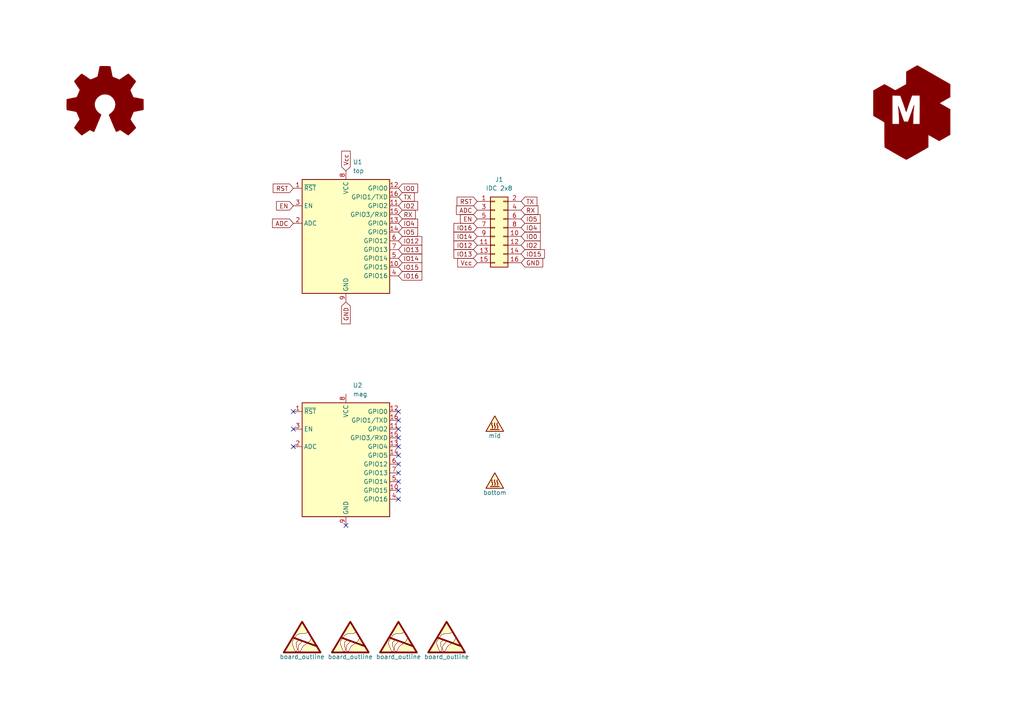
<source format=kicad_sch>
(kicad_sch (version 20211123) (generator eeschema)
  (paper "A4")
  (title_block (title "esp-flasher") (date "2023-02-16") (rev "2.0") (company "makerspace.lt"))
  (lib_symbols
    (symbol "-local:LOGO_KMS" (pin_names (offset 1.016))
      (symbol "LOGO_KMS_0_0"
        (polyline (pts (xy 0.0117 -14.5438) (xy 0.1815 -14.4596) (xy 0.4733 -14.3044) (xy 0.8715 -14.0867) (xy 1.3602 -13.8153) (xy 1.924 -13.4987) (xy 2.5471 -13.1457) (xy 3.2139 -12.765) (xy 6.35 -10.9673) (xy 6.35 -9.1666) (xy 6.3501 -8.9706) (xy 6.3525 -8.4585) (xy 6.3574 -8.0174) (xy 6.3642 -7.6719) (xy 6.3725 -7.4466) (xy 6.382 -7.366) (xy 6.3931 -7.3705) (xy 6.5163 -7.4356) (xy 6.7572 -7.5687) (xy 7.0937 -7.7574) (xy 7.504 -7.9893) (xy 7.966 -8.2524) (xy 9.518 -9.1387) (xy 9.8784 -8.9373) (xy 9.9805 -8.8799) (xy 10.249 -8.728) (xy 10.6096 -8.5232) (xy 11.0278 -8.2852) (xy 11.4694 -8.0335) (xy 12.7 -7.331) (xy 12.7 0.0494) (xy 11.176 0.9196) (xy 11.0418 0.9963) (xy 10.5993 1.2512) (xy 10.2174 1.4738) (xy 9.9177 1.6515) (xy 9.722 1.7712) (xy 9.652 1.8203) (xy 9.6578 1.8264) (xy 9.7659 1.8969) (xy 9.9934 2.0344) (xy 10.3187 2.2262) (xy 10.7201 2.4593) (xy 11.176 2.721) (xy 12.7 3.5912) (xy 12.7 7.3263) (xy 8.3185 9.8382) (xy 7.6069 10.2461) (xy 6.8355 10.688) (xy 6.1113 11.1028) (xy 5.4483 11.4824) (xy 4.8609 11.8184) (xy 4.3634 12.1028) (xy 3.9699 12.3275) (xy 3.6948 12.4842) (xy 3.5523 12.5649) (xy 3.1677 12.7795) (xy 1.5789 11.8716) (xy -0.0098 10.9637) (xy -0.0424 7.3239) (xy -1.6087 6.4227) (xy -1.8975 6.2571) (xy -2.3649 5.9936) (xy -2.7164 5.8043) (xy -2.9709 5.68) (xy -3.1477 5.612) (xy -3.2658 5.5912) (xy -3.3444 5.6086) (xy -3.4618 5.6732) (xy -3.7025 5.8093) (xy -4.0377 6.0007) (xy -4.4409 6.2321) (xy -4.8855 6.4885) (xy -5.3221 6.7382) (xy -5.7113 6.9558) (xy -6.0282 7.1278) (xy -6.2482 7.2407) (xy -6.3467 7.2813) (xy -6.3645 7.2764) (xy -6.5062 7.2095) (xy -6.7636 7.0739) (xy -7.1139 6.8821) (xy -7.5342 6.6465) (xy -8.0018 6.3795) (xy -9.5674 5.4776) (xy -9.5674 4.0688) (xy -4.064 4.0688) (xy -1.7516 4.0216) (xy -1.1718 2.4553) (xy -1 1.9865) (xy -0.7964 1.4201) (xy -0.6059 0.8796) (xy -0.4442 0.409) (xy -0.3266 0.0527) (xy -0.2179 -0.2807) (xy -0.1159 -0.5429) (xy -0.0353 -0.6449) (xy 0.0378 -0.5883) (xy 0.1173 -0.3745) (xy 0.217 -0.005) (xy 0.2461 0.1011) (xy 0.3452 0.4246) (xy 0.4827 0.8444) (xy 0.6445 1.3178) (xy 0.8165 1.8022) (xy 0.8988 2.0297) (xy 1.0719 2.5096) (xy 1.232 2.9552) (xy 1.3642 3.325) (xy 1.4536 3.5771) (xy 1.6242 4.064) (xy 3.88 4.064) (xy 3.9085 3.0691) (xy 3.9135 2.811) (xy 3.9177 2.3699) (xy 3.9198 1.8095) (xy 3.9199 1.1571) (xy 3.9179 0.44) (xy 3.9139 -0.3146) (xy 3.908 -1.0795) (xy 3.879 -4.2334) (xy 1.9224 -4.2334) (xy 1.9748 -2.4342) (xy 1.9947 -1.8396) (xy 2.0364 -0.9704) (xy 2.0906 -0.2293) (xy 2.1593 0.4093) (xy 2.2446 0.971) (xy 2.262 1.0904) (xy 2.2529 1.171) (xy 2.1976 1.1001) (xy 2.0991 0.8842) (xy 1.9605 0.5295) (xy 1.7849 0.0423) (xy 1.7468 -0.0664) (xy 1.5718 -0.5599) (xy 1.3664 -1.1332) (xy 1.1532 -1.7235) (xy 0.9546 -2.2683) (xy 0.4799 -3.5629) (xy -0.1138 -3.5383) (xy -0.7074 -3.5137) (xy -0.9586 -2.8364) (xy -0.9612 -2.8292) (xy -1.0706 -2.529) (xy -1.2213 -2.1084) (xy -1.3998 -1.6058) (xy -1.5924 -1.0595) (xy -1.7856 -0.508) (xy -1.8442 -0.3408) (xy -2.0095 0.1196) (xy -2.1523 0.5018) (xy -2.2647 0.7852) (xy -2.3386 0.9493) (xy -2.3659 0.9736) (xy -2.3657 0.9477) (xy -2.3538 0.7623) (xy -2.3275 0.455) (xy -2.29 0.0619) (xy -2.2445 -0.381) (xy -2.2379 -0.4446) (xy -2.1912 -1.0068) (xy -2.1531 -1.6534) (xy -2.1273 -2.3095) (xy -2.1176 -2.8999) (xy -2.1167 -4.2334) (xy -4.064 -4.2334) (xy -4.064 4.0688) (xy -9.5674 4.0688) (xy -9.5674 -1.8386) (xy -8.1915 -2.6257) (xy -7.7716 -2.8672) (xy -7.3526 -3.111) (xy -6.9963 -3.3211) (xy -6.7308 -3.4809) (xy -6.5844 -3.5738) (xy -6.353 -3.7348) (xy -6.3529 -7.3454) (xy -6.3527 -7.7944) (xy -6.3506 -8.6376) (xy -6.346 -9.3299) (xy -6.3386 -9.8839) (xy -6.3279 -10.3121) (xy -6.3136 -10.6272) (xy -6.2954 -10.8417) (xy -6.2729 -10.9682) (xy -6.2456 -11.0192) (xy -6.2238 -11.0319) (xy -6.0739 -11.1186) (xy -5.8 -11.2769) (xy -5.4182 -11.4974) (xy -4.9445 -11.7709) (xy -4.3949 -12.0881) (xy -3.7856 -12.4397) (xy -3.1327 -12.8164) (xy -2.8568 -12.9754) (xy -2.2209 -13.34) (xy -1.6355 -13.6733) (xy -1.1165 -13.9663) (xy -0.6799 -14.2101) (xy -0.3417 -14.3958) (xy -0.1179 -14.5142) (xy -0.0246 -14.5566) (xy 0.0117 -14.5438)) (stroke (width 0.01)) (fill (type outline)))
      )
    )
    (symbol "Connector_Generic:Conn_02x08_Odd_Even" (pin_names (offset 1.016) hide)
      (property "Reference" "J" (at 1.27 10.16 0))
      (property "Value" "Conn_02x08_Odd_Even" (at 1.27 -12.7 0))
      (symbol "Conn_02x08_Odd_Even_1_1"
        (rectangle (start -1.27 -10.033) (end 0 -10.287) (stroke (width 0.1524)))
        (rectangle (start -1.27 -7.493) (end 0 -7.747) (stroke (width 0.1524)))
        (rectangle (start -1.27 -4.953) (end 0 -5.207) (stroke (width 0.1524)))
        (rectangle (start -1.27 -2.413) (end 0 -2.667) (stroke (width 0.1524)))
        (rectangle (start -1.27 0.127) (end 0 -0.127) (stroke (width 0.1524)))
        (rectangle (start -1.27 2.667) (end 0 2.413) (stroke (width 0.1524)))
        (rectangle (start -1.27 5.207) (end 0 4.953) (stroke (width 0.1524)))
        (rectangle (start -1.27 7.747) (end 0 7.493) (stroke (width 0.1524)))
        (rectangle (start -1.27 8.89) (end 3.81 -11.43) (stroke (width 0.254)) (fill (type background)))
        (rectangle (start 3.81 -10.033) (end 2.54 -10.287) (stroke (width 0.1524)))
        (rectangle (start 3.81 -7.493) (end 2.54 -7.747) (stroke (width 0.1524)))
        (rectangle (start 3.81 -4.953) (end 2.54 -5.207) (stroke (width 0.1524)))
        (rectangle (start 3.81 -2.413) (end 2.54 -2.667) (stroke (width 0.1524)))
        (rectangle (start 3.81 0.127) (end 2.54 -0.127) (stroke (width 0.1524)))
        (rectangle (start 3.81 2.667) (end 2.54 2.413) (stroke (width 0.1524)))
        (rectangle (start 3.81 5.207) (end 2.54 4.953) (stroke (width 0.1524)))
        (rectangle (start 3.81 7.747) (end 2.54 7.493) (stroke (width 0.1524)))
        (pin passive line (at -5.08 7.62 0) (length 3.81) (name "Pin_1") (number "1"))
        (pin passive line (at 7.62 -2.54 180) (length 3.81) (name "Pin_10") (number "10"))
        (pin passive line (at -5.08 -5.08 0) (length 3.81) (name "Pin_11") (number "11"))
        (pin passive line (at 7.62 -5.08 180) (length 3.81) (name "Pin_12") (number "12"))
        (pin passive line (at -5.08 -7.62 0) (length 3.81) (name "Pin_13") (number "13"))
        (pin passive line (at 7.62 -7.62 180) (length 3.81) (name "Pin_14") (number "14"))
        (pin passive line (at -5.08 -10.16 0) (length 3.81) (name "Pin_15") (number "15"))
        (pin passive line (at 7.62 -10.16 180) (length 3.81) (name "Pin_16") (number "16"))
        (pin passive line (at 7.62 7.62 180) (length 3.81) (name "Pin_2") (number "2"))
        (pin passive line (at -5.08 5.08 0) (length 3.81) (name "Pin_3") (number "3"))
        (pin passive line (at 7.62 5.08 180) (length 3.81) (name "Pin_4") (number "4"))
        (pin passive line (at -5.08 2.54 0) (length 3.81) (name "Pin_5") (number "5"))
        (pin passive line (at 7.62 2.54 180) (length 3.81) (name "Pin_6") (number "6"))
        (pin passive line (at -5.08 0 0) (length 3.81) (name "Pin_7") (number "7"))
        (pin passive line (at 7.62 0 180) (length 3.81) (name "Pin_8") (number "8"))
        (pin passive line (at -5.08 -2.54 0) (length 3.81) (name "Pin_9") (number "9"))
      )
    )
    (symbol "Graphic:Logo_Open_Hardware_Large" (pin_names (offset 1.016))
      (symbol "Logo_Open_Hardware_Large_1_1"
        (polyline (pts (xy 6.731 -8.7122) (xy 6.6294 -8.6614) (xy 6.35 -8.4836) (xy 5.9944 -8.255) (xy 5.5372 -7.9502) (xy 5.1054 -7.6454) (xy 4.7498 -7.4168) (xy 4.4958 -7.239) (xy 4.3942 -7.1882) (xy 4.318 -7.2136) (xy 4.1148 -7.3152) (xy 3.81 -7.4676) (xy 3.6322 -7.5692) (xy 3.3528 -7.6708) (xy 3.2258 -7.6962) (xy 3.2004 -7.6708) (xy 3.0988 -7.4676) (xy 2.9464 -7.0866) (xy 2.7178 -6.604) (xy 2.4892 -6.0452) (xy 2.2352 -5.4356) (xy 1.9558 -4.826) (xy 1.7272 -4.2164) (xy 1.4986 -3.683) (xy 1.3208 -3.2512) (xy 1.2192 -2.9464) (xy 1.1684 -2.8194) (xy 1.1938 -2.794) (xy 1.3208 -2.667) (xy 1.5748 -2.4892) (xy 2.0828 -2.0574) (xy 2.6162 -1.397) (xy 2.921 -0.6604) (xy 3.048 0.1524) (xy 2.9464 0.9144) (xy 2.6416 1.6256) (xy 2.1336 2.286) (xy 1.524 2.7686) (xy 0.8128 3.0734) (xy 0 3.175) (xy -0.762 3.0988) (xy -1.4986 2.794) (xy -2.159 2.286) (xy -2.4384 1.9812) (xy -2.8194 1.3208) (xy -3.048 0.6096) (xy -3.0734 0.4318) (xy -3.0226 -0.3556) (xy -2.794 -1.0922) (xy -2.3876 -1.7526) (xy -1.8288 -2.3114) (xy -1.7526 -2.3622) (xy -1.4732 -2.5654) (xy -1.2954 -2.6924) (xy -1.1684 -2.8194) (xy -2.159 -5.207) (xy -2.3114 -5.588) (xy -2.5908 -6.2484) (xy -2.8194 -6.8072) (xy -3.0226 -7.2644) (xy -3.1496 -7.5692) (xy -3.2258 -7.6708) (xy -3.2258 -7.6962) (xy -3.302 -7.6962) (xy -3.4798 -7.6454) (xy -3.8354 -7.4676) (xy -4.0386 -7.366) (xy -4.2926 -7.239) (xy -4.4196 -7.1882) (xy -4.5212 -7.239) (xy -4.7498 -7.3914) (xy -5.1054 -7.6454) (xy -5.5372 -7.9248) (xy -5.9436 -8.2042) (xy -6.3246 -8.4582) (xy -6.604 -8.636) (xy -6.731 -8.7122) (xy -6.7564 -8.7122) (xy -6.858 -8.636) (xy -7.0866 -8.4582) (xy -7.4168 -8.1534) (xy -7.874 -7.6962) (xy -7.9502 -7.62) (xy -8.3312 -7.239) (xy -8.636 -6.9088) (xy -8.8392 -6.6802) (xy -8.9154 -6.5786) (xy -8.9154 -6.5786) (xy -8.8392 -6.4516) (xy -8.6614 -6.1722) (xy -8.4328 -5.7912) (xy -8.128 -5.3594) (xy -7.3152 -4.191) (xy -7.7724 -3.0988) (xy -7.8994 -2.7686) (xy -8.0772 -2.3622) (xy -8.2042 -2.0828) (xy -8.255 -1.9558) (xy -8.382 -1.905) (xy -8.6614 -1.8542) (xy -9.0932 -1.7526) (xy -9.6266 -1.651) (xy -10.1092 -1.5748) (xy -10.541 -1.4732) (xy -10.8712 -1.4224) (xy -11.0236 -1.397) (xy -11.049 -1.3716) (xy -11.0744 -1.2954) (xy -11.0998 -1.143) (xy -11.0998 -0.889) (xy -11.1252 -0.4572) (xy -11.1252 0.1524) (xy -11.1252 0.2286) (xy -11.0998 0.8128) (xy -11.0998 1.27) (xy -11.0744 1.5494) (xy -11.0744 1.6764) (xy -11.0744 1.6764) (xy -10.922 1.7018) (xy -10.6172 1.778) (xy -10.16 1.8542) (xy -9.652 1.9558) (xy -9.6012 1.9812) (xy -9.0932 2.0828) (xy -8.636 2.159) (xy -8.3312 2.2352) (xy -8.2042 2.286) (xy -8.1788 2.3114) (xy -8.0772 2.5146) (xy -7.9248 2.8448) (xy -7.747 3.2512) (xy -7.5692 3.6576) (xy -7.4168 4.0386) (xy -7.3152 4.318) (xy -7.2898 4.445) (xy -7.2898 4.445) (xy -7.366 4.572) (xy -7.5438 4.826) (xy -7.7978 5.207) (xy -8.128 5.6642) (xy -8.128 5.6896) (xy -8.4328 6.1468) (xy -8.6868 6.5278) (xy -8.8392 6.7818) (xy -8.9154 6.9088) (xy -8.9154 6.9088) (xy -8.8138 7.0358) (xy -8.5852 7.2898) (xy -8.255 7.6454) (xy -7.874 8.0264) (xy -7.747 8.1534) (xy -7.3152 8.5852) (xy -7.0104 8.8646) (xy -6.8326 8.9916) (xy -6.731 9.0424) (xy -6.731 9.0424) (xy -6.604 8.9408) (xy -6.3246 8.763) (xy -5.9436 8.509) (xy -5.4864 8.2042) (xy -5.461 8.1788) (xy -5.0038 7.874) (xy -4.6482 7.62) (xy -4.3688 7.4422) (xy -4.2672 7.3914) (xy -4.2418 7.3914) (xy -4.064 7.4422) (xy -3.7338 7.5438) (xy -3.3528 7.6962) (xy -2.9464 7.874) (xy -2.5654 8.0264) (xy -2.286 8.1534) (xy -2.159 8.2296) (xy -2.159 8.2296) (xy -2.1082 8.382) (xy -2.032 8.7122) (xy -1.9304 9.1694) (xy -1.8288 9.7282) (xy -1.8034 9.8044) (xy -1.7018 10.3378) (xy -1.6256 10.7696) (xy -1.5748 11.0744) (xy -1.524 11.2014) (xy -1.4478 11.2268) (xy -1.1938 11.2522) (xy -0.8128 11.2522) (xy -0.3302 11.2522) (xy 0.1524 11.2522) (xy 0.6604 11.2522) (xy 1.0668 11.2268) (xy 1.3716 11.2014) (xy 1.4986 11.176) (xy 1.4986 11.176) (xy 1.5494 11.0236) (xy 1.6256 10.6934) (xy 1.7018 10.2108) (xy 1.8288 9.6774) (xy 1.8288 9.5758) (xy 1.9304 9.0424) (xy 2.032 8.6106) (xy 2.0828 8.3058) (xy 2.1336 8.2042) (xy 2.159 8.1788) (xy 2.3876 8.0772) (xy 2.7432 7.9248) (xy 3.175 7.747) (xy 4.191 7.3406) (xy 5.461 8.2042) (xy 5.5626 8.2804) (xy 6.0198 8.5852) (xy 6.3754 8.8392) (xy 6.6294 8.9916) (xy 6.7564 9.0424) (xy 6.7564 9.0424) (xy 6.8834 8.9408) (xy 7.1374 8.7122) (xy 7.4676 8.382) (xy 7.8486 7.9756) (xy 8.1534 7.6962) (xy 8.4836 7.3406) (xy 8.7122 7.112) (xy 8.8392 6.9596) (xy 8.8646 6.858) (xy 8.8646 6.8072) (xy 8.7884 6.6802) (xy 8.6106 6.4008) (xy 8.3312 6.0198) (xy 8.0264 5.588) (xy 7.7978 5.207) (xy 7.5184 4.8006) (xy 7.3406 4.4958) (xy 7.2898 4.3434) (xy 7.2898 4.2926) (xy 7.3914 4.0386) (xy 7.5184 3.683) (xy 7.7216 3.2258) (xy 8.1534 2.2352) (xy 8.7884 2.1082) (xy 9.1948 2.0574) (xy 9.7536 1.9304) (xy 10.2616 1.8288) (xy 11.0998 1.6764) (xy 11.1252 -1.3208) (xy 10.9982 -1.3716) (xy 10.8712 -1.397) (xy 10.5664 -1.4732) (xy 10.1346 -1.5494) (xy 9.6266 -1.651) (xy 9.1948 -1.7272) (xy 8.7376 -1.8288) (xy 8.4328 -1.8796) (xy 8.2804 -1.905) (xy 8.255 -1.9558) (xy 8.1534 -2.159) (xy 7.9756 -2.5146) (xy 7.8232 -2.921) (xy 7.6454 -3.3274) (xy 7.493 -3.7338) (xy 7.366 -4.0132) (xy 7.3406 -4.191) (xy 7.3914 -4.2926) (xy 7.5692 -4.5466) (xy 7.7978 -4.9276) (xy 8.1026 -5.3594) (xy 8.4074 -5.7912) (xy 8.6614 -6.1722) (xy 8.8138 -6.4262) (xy 8.89 -6.5532) (xy 8.8646 -6.6548) (xy 8.6868 -6.858) (xy 8.3566 -7.1882) (xy 7.874 -7.6708) (xy 7.7978 -7.747) (xy 7.3914 -8.128) (xy 7.0612 -8.4328) (xy 6.8326 -8.636) (xy 6.731 -8.7122)) (fill (type outline)))
      )
    )
    (symbol "Graphic:SYM_ESD_Large" (pin_names (offset 1.016))
      (symbol "SYM_ESD_Large_0_0"
        (polyline (pts (xy -2.667 -0.762) (xy 4.318 -3.302)) (stroke (width 0.508)))
        (polyline (pts (xy 0.4826 -5.1308) (xy 5.3848 -5.1308) (xy 5.3848 -5.1054) (xy 5.334 -5.0546) (xy 5.2832 -4.953) (xy 5.207 -4.826) (xy 5.0038 -4.4704) (xy 4.8768 -4.2672) (xy 4.7498 -4.0386) (xy 4.1402 -3.0226) (xy 3.9878 -2.7432) (xy 3.5306 -1.9812) (xy 3.4036 -1.7526) (xy 3.2766 -1.5494) (xy 3.1496 -1.3716) (xy 3.0734 -1.1938) (xy 2.9972 -1.0668) (xy 2.921 -0.9652) (xy 2.8956 -0.889) (xy 2.8448 -0.8382) (xy 2.8194 -0.8636) (xy 2.7686 -0.889) (xy 2.5908 -1.0668) (xy 2.4892 -1.2192) (xy 2.4638 -1.3462) (xy 2.413 -1.4224) (xy 2.3622 -1.5748) (xy 2.286 -1.7018) (xy 1.9812 -2.0066) (xy 1.8542 -2.1082) (xy 1.7018 -2.2352) (xy 1.5494 -2.3368) (xy 1.397 -2.4638) (xy 1.2192 -2.5908) (xy 1.0668 -2.7178) (xy 0.9144 -2.8194) (xy 0.8128 -2.8956) (xy 0.7112 -2.9464) (xy 0.6096 -3.0226) (xy 0.3556 -3.2258) (xy 0.254 -3.3528) (xy 0.1524 -3.5052) (xy 0.0508 -3.683) (xy -0.0762 -3.8862) (xy -0.2286 -4.2672) (xy -0.381 -4.572) (xy -0.5334 -4.7244) (xy -0.6096 -4.7752) (xy -0.635 -4.8006) (xy -0.8382 -4.8006) (xy -0.9144 -4.7752) (xy -1.016 -4.6736) (xy -1.0668 -4.5212) (xy -1.1176 -4.3434) (xy -1.143 -4.1148) (xy -1.143 -3.4544) (xy -1.0922 -3.2512) (xy -1.0414 -3.0734) (xy -0.9398 -2.921) (xy -0.8382 -2.794) (xy -0.381 -2.3368) (xy -0.3048 -2.2352) (xy -0.2032 -1.9812) (xy -0.1778 -1.9304) (xy -0.1524 -1.8288) (xy -0.127 -1.7526) (xy -0.127 -1.7272) (xy -0.2032 -1.651) (xy -0.254 -1.5748) (xy -0.3556 -1.524) (xy -0.4318 -1.4478) (xy -0.508 -1.397) (xy -0.5588 -1.3462) (xy -0.6096 -1.3462) (xy -0.6604 -1.3716) (xy -0.7366 -1.4224) (xy -0.8382 -1.4732) (xy -0.9652 -1.5494) (xy -1.0668 -1.6002) (xy -1.1684 -1.6764) (xy -1.3208 -1.778) (xy -1.6002 -2.0574) (xy -1.778 -2.2606) (xy -1.7272 -2.3876) (xy -1.7018 -2.4384) (xy -1.7018 -2.5146) (xy -1.6764 -2.5908) (xy -1.6764 -2.8702) (xy -1.7018 -2.9972) (xy -1.7272 -3.0734) (xy -1.7272 -3.0988) (xy -1.7526 -3.1496) (xy -1.7018 -3.2512) (xy -1.651 -3.3274) (xy -1.651 -3.3528) (xy -1.524 -3.6068) (xy -1.4478 -3.8608) (xy -1.4224 -4.1402) (xy -1.4224 -4.3434) (xy -1.4478 -4.4196) (xy -1.4732 -4.4704) (xy -1.4986 -4.5466) (xy -1.5748 -4.6736) (xy -1.6764 -4.7498) (xy -1.778 -4.8006) (xy -1.8796 -4.8006) (xy -1.9558 -4.7752) (xy -2.0066 -4.7244) (xy -2.0574 -4.6228) (xy -2.1336 -4.4958) (xy -2.2098 -4.318) (xy -2.3114 -4.0894) (xy -2.413 -3.8354) (xy -2.5146 -3.5306) (xy -2.5146 -3.5052) (xy -2.5654 -3.3528) (xy -2.6416 -3.2004) (xy -2.7432 -2.9464) (xy -2.7686 -2.921) (xy -2.8448 -2.6924) (xy -2.8956 -2.4638) (xy -2.8956 -2.2606) (xy -2.8448 -2.032) (xy -2.7686 -1.8034) (xy -2.7178 -1.7018) (xy -2.6162 -1.5494) (xy -2.5146 -1.3716) (xy -2.3622 -1.1938) (xy -2.2098 -0.9906) (xy -2.1082 -0.889) (xy -1.9558 -0.635) (xy -1.8796 -0.5334) (xy -1.8542 -0.508) (xy -1.7272 -0.2794) (xy -1.6002 -0.1016) (xy -1.4478 0.0508) (xy -1.3208 0.1524) (xy -1.1684 0.2032) (xy -1.1176 0.2286) (xy -0.9906 0.254) (xy -0.8128 0.3048) (xy -0.5842 0.3302) (xy -0.3302 0.3556) (xy -0.0254 0.381) (xy 0.0254 0.381) (xy 0.2794 0.4064) (xy 0.508 0.4318) (xy 0.6858 0.4318) (xy 0.8382 0.4572) (xy 0.9652 0.4826) (xy 1.0668 0.508) (xy 1.1684 0.5588) (xy 1.2446 0.5842) (xy 1.3208 0.635) (xy 1.524 0.7874) (xy 1.7272 0.9906) (xy 1.7272 1.0414) (xy 1.7018 1.0922) (xy 1.651 1.1684) (xy 1.6002 1.27) (xy 1.4986 1.4224) (xy 1.4224 1.6002) (xy 1.1684 2.0066) (xy 1.0414 2.2352) (xy 0.6604 2.8702) (xy 0.508 3.0988) (xy 0.4064 3.302) (xy 0.3048 3.4544) (xy 0.2286 3.5814) (xy 0.1524 3.683) (xy 0.1016 3.7592) (xy 0.0508 3.8608) (xy 0.0254 3.8862) (xy -0.0508 3.8862) (xy -0.0508 3.8608) (xy -0.127 3.7846) (xy -0.1524 3.7338) (xy -0.2032 3.6576) (xy -0.254 3.556) (xy -0.4064 3.302) (xy -0.508 3.1496) (xy -0.6096 2.9718) (xy -0.7366 2.7686) (xy -1.0414 2.2606) (xy -1.2192 1.9558) (xy -1.4224 1.6256) (xy -1.8796 0.8636) (xy -2.1336 0.4064) (xy -2.4384 -0.0762) (xy -2.7432 -0.6096) (xy -2.921 -0.889) (xy -3.429 -1.7526) (xy -3.6576 -2.159) (xy -3.8862 -2.54) (xy -4.1148 -2.8956) (xy -4.318 -3.2512) (xy -4.5212 -3.5814) (xy -4.6736 -3.8862) (xy -4.8514 -4.1402) (xy -4.9784 -4.3942) (xy -5.1054 -4.5974) (xy -5.2324 -4.7752) (xy -5.3594 -5.0292) (xy -5.4102 -5.1054) (xy -5.4102 -5.1308) (xy -0.7112 -5.1308) (xy -0.0254 -5.1562) (xy 0.4826 -5.1308)) (stroke (width 0.127)) (fill (type background)))
      )
      (symbol "SYM_ESD_Large_0_1"
        (polyline (pts (xy -5.334 -5.08) (xy 5.334 -5.08) (xy 0 3.81) (xy -5.334 -5.08)) (stroke (width 0.508)))
      )
    )
    (symbol "Graphic:SYM_Hot_Small" (pin_names (offset 1.016) hide)
      (symbol "SYM_Hot_Small_0_1"
        (arc (start -0.762 -1.016) (mid -0.635 -0.635) (end -0.762 -0.254) (stroke (width 0.254)))
        (arc (start -0.762 0.508) (mid -0.889 0.127) (end -0.762 -0.254) (stroke (width 0.254)))
        (arc (start 0 -1.016) (mid 0.127 -0.635) (end 0 -0.254) (stroke (width 0.254)))
        (polyline (pts (xy 1.27 -1.397) (xy -1.27 -1.397)) (stroke (width 0.254)))
        (polyline (pts (xy -2.54 -1.905) (xy 2.54 -1.905) (xy 0 2.54) (xy -2.54 -1.905)) (stroke (width 0.254)) (fill (type background)))
        (arc (start 0 0.508) (mid -0.127 0.127) (end 0 -0.254) (stroke (width 0.254)))
        (arc (start 0.762 -1.016) (mid 0.889 -0.635) (end 0.762 -0.254) (stroke (width 0.254)))
        (arc (start 0.762 0.508) (mid 0.635 0.127) (end 0.762 -0.254) (stroke (width 0.254)))
      )
    )
    (symbol "RF_Module:ESP-07"
      (property "Reference" "U" (at -12.7 19.05 0))
      (property "Value" "ESP-07" (at 12.7 19.05 0))
      (symbol "ESP-07_0_1"
        (rectangle (start -12.7 17.78) (end 12.7 -15.24) (stroke (width 0.254)) (fill (type background)))
      )
      (symbol "ESP-07_1_1"
        (pin input line (at -15.24 15.24 0) (length 2.54) (name "~{RST}") (number "1"))
        (pin bidirectional line (at 15.24 -7.62 180) (length 2.54) (name "GPIO15") (number "10"))
        (pin bidirectional line (at 15.24 10.16 180) (length 2.54) (name "GPIO2") (number "11"))
        (pin bidirectional line (at 15.24 15.24 180) (length 2.54) (name "GPIO0") (number "12"))
        (pin bidirectional line (at 15.24 5.08 180) (length 2.54) (name "GPIO4") (number "13"))
        (pin bidirectional line (at 15.24 2.54 180) (length 2.54) (name "GPIO5") (number "14"))
        (pin bidirectional line (at 15.24 7.62 180) (length 2.54) (name "GPIO3/RXD") (number "15"))
        (pin bidirectional line (at 15.24 12.7 180) (length 2.54) (name "GPIO1/TXD") (number "16"))
        (pin input line (at -15.24 5.08 0) (length 2.54) (name "ADC") (number "2"))
        (pin input line (at -15.24 10.16 0) (length 2.54) (name "EN") (number "3"))
        (pin bidirectional line (at 15.24 -10.16 180) (length 2.54) (name "GPIO16") (number "4"))
        (pin bidirectional line (at 15.24 -5.08 180) (length 2.54) (name "GPIO14") (number "5"))
        (pin bidirectional line (at 15.24 0 180) (length 2.54) (name "GPIO12") (number "6"))
        (pin bidirectional line (at 15.24 -2.54 180) (length 2.54) (name "GPIO13") (number "7"))
        (pin power_in line (at 0 20.32 270) (length 2.54) (name "VCC") (number "8"))
        (pin power_in line (at 0 -17.78 90) (length 2.54) (name "GND") (number "9"))
      )
    )
  )
  (no_connect (at 115.57 121.92))
  (no_connect (at 100.33 152.4))
  (no_connect (at 115.57 124.46))
  (no_connect (at 115.57 139.7))
  (no_connect (at 115.57 137.16))
  (no_connect (at 115.57 142.24))
  (no_connect (at 85.09 124.46))
  (no_connect (at 85.09 129.54))
  (no_connect (at 115.57 119.38))
  (no_connect (at 115.57 132.08))
  (no_connect (at 115.57 127))
  (no_connect (at 115.57 129.54))
  (no_connect (at 115.57 134.62))
  (no_connect (at 115.57 144.78))
  (no_connect (at 85.09 119.38))
  (global_label "IO0" (shape input) (at 151.13 68.58 0) (property "Intersheet References" "${INTERSHEET_REFS}" (effects hide)))
  (global_label "GND" (shape input) (at 100.33 87.63 270) (property "Intersheet References" "${INTERSHEET_REFS}" (effects hide)))
  (global_label "IO5" (shape input) (at 151.13 63.5 0) (property "Intersheet References" "${INTERSHEET_REFS}" (effects hide)))
  (global_label "IO14" (shape input) (at 115.57 74.93 0) (property "Intersheet References" "${INTERSHEET_REFS}" (effects hide)))
  (global_label "TX" (shape input) (at 115.57 57.15 0) (property "Intersheet References" "${INTERSHEET_REFS}" (effects hide)))
  (global_label "TX" (shape input) (at 151.13 58.42 0) (property "Intersheet References" "${INTERSHEET_REFS}" (effects hide)))
  (global_label "ADC" (shape input) (at 138.43 60.96 180) (property "Intersheet References" "${INTERSHEET_REFS}" (effects hide)))
  (global_label "IO16" (shape input) (at 115.57 80.01 0) (property "Intersheet References" "${INTERSHEET_REFS}" (effects hide)))
  (global_label "IO4" (shape input) (at 151.13 66.04 0) (property "Intersheet References" "${INTERSHEET_REFS}" (effects hide)))
  (global_label "IO2" (shape input) (at 115.57 59.69 0) (property "Intersheet References" "${INTERSHEET_REFS}" (effects hide)))
  (global_label "EN" (shape input) (at 138.43 63.5 180) (property "Intersheet References" "${INTERSHEET_REFS}" (effects hide)))
  (global_label "RST" (shape input) (at 85.09 54.61 180) (property "Intersheet References" "${INTERSHEET_REFS}" (effects hide)))
  (global_label "GND" (shape input) (at 151.13 76.2 0) (property "Intersheet References" "${INTERSHEET_REFS}" (effects hide)))
  (global_label "RX" (shape input) (at 151.13 60.96 0) (property "Intersheet References" "${INTERSHEET_REFS}" (effects hide)))
  (global_label "RX" (shape input) (at 115.57 62.23 0) (property "Intersheet References" "${INTERSHEET_REFS}" (effects hide)))
  (global_label "Vcc" (shape input) (at 138.43 76.2 180) (property "Intersheet References" "${INTERSHEET_REFS}" (effects hide)))
  (global_label "IO13" (shape input) (at 115.57 72.39 0) (property "Intersheet References" "${INTERSHEET_REFS}" (effects hide)))
  (global_label "IO4" (shape input) (at 115.57 64.77 0) (property "Intersheet References" "${INTERSHEET_REFS}" (effects hide)))
  (global_label "IO2" (shape input) (at 151.13 71.12 0) (property "Intersheet References" "${INTERSHEET_REFS}" (effects hide)))
  (global_label "ADC" (shape input) (at 85.09 64.77 180) (property "Intersheet References" "${INTERSHEET_REFS}" (effects hide)))
  (global_label "IO12" (shape input) (at 115.57 69.85 0) (property "Intersheet References" "${INTERSHEET_REFS}" (effects hide)))
  (global_label "IO5" (shape input) (at 115.57 67.31 0) (property "Intersheet References" "${INTERSHEET_REFS}" (effects hide)))
  (global_label "IO0" (shape input) (at 115.57 54.61 0) (property "Intersheet References" "${INTERSHEET_REFS}" (effects hide)))
  (global_label "IO12" (shape input) (at 138.43 71.12 180) (property "Intersheet References" "${INTERSHEET_REFS}" (effects hide)))
  (global_label "IO15" (shape input) (at 151.13 73.66 0) (property "Intersheet References" "${INTERSHEET_REFS}" (effects hide)))
  (global_label "IO14" (shape input) (at 138.43 68.58 180) (property "Intersheet References" "${INTERSHEET_REFS}" (effects hide)))
  (global_label "EN" (shape input) (at 85.09 59.69 180) (property "Intersheet References" "${INTERSHEET_REFS}" (effects hide)))
  (global_label "RST" (shape input) (at 138.43 58.42 180) (property "Intersheet References" "${INTERSHEET_REFS}" (effects hide)))
  (global_label "IO16" (shape input) (at 138.43 66.04 180) (property "Intersheet References" "${INTERSHEET_REFS}" (effects hide)))
  (global_label "Vcc" (shape input) (at 100.33 49.53 90) (property "Intersheet References" "${INTERSHEET_REFS}" (effects hide)))
  (global_label "IO15" (shape input) (at 115.57 77.47 0) (property "Intersheet References" "${INTERSHEET_REFS}" (effects hide)))
  (global_label "IO13" (shape input) (at 138.43 73.66 180) (property "Intersheet References" "${INTERSHEET_REFS}" (effects hide)))
  (symbol (lib_id "Graphic:SYM_ESD_Large") (at 101.6 184.15 0) (unit 1) (in_bom no)
    (property "Reference" "SYM2" (effects hide))
    (property "Value" "board_outline" (at 101.6 190.5 0))
    (property "Footprint" "-local:board" (effects hide))
  )
  (symbol (lib_id "Connector_Generic:Conn_02x08_Odd_Even") (at 143.51 66.04 0) (unit 1)
    (property "Reference" "J1" (at 144.78 52.07 0))
    (property "Value" "IDC 2x8" (at 144.78 54.61 0))
    (property "Footprint" "Connector_IDC:IDC-Header_2x08_P2.54mm_Vertical" (effects hide))
    (property "jlc-part-type" "E" (effects hide))
    (property "lcsc#" "C3406" (effects hide))
  )
  (symbol (lib_id "Graphic:SYM_ESD_Large") (at 129.54 184.15 0) (unit 1) (in_bom no)
    (property "Reference" "SYM4" (effects hide))
    (property "Value" "board_outline" (at 129.54 190.5 0))
    (property "Footprint" "-local:board" (effects hide))
  )
  (symbol (lib_id "Graphic:SYM_ESD_Large") (at 87.63 184.15 0) (unit 1) (in_bom no)
    (property "Reference" "SYM1" (effects hide))
    (property "Value" "board_outline" (at 87.63 190.5 0))
    (property "Footprint" "-local:board" (effects hide))
  )
  (symbol (lib_id "RF_Module:ESP-07") (at 100.33 134.62 0) (unit 1) (in_bom no)
    (property "Reference" "U2" (at 102.3494 111.76 0) (effects (justify left)))
    (property "Value" "mag" (at 102.3494 114.3 0) (effects (justify left)))
    (property "Footprint" "-local:esp-magnets" (effects hide))
  )
  (symbol (lib_id "RF_Module:ESP-07") (at 100.33 69.85 0) (unit 1) (in_bom no)
    (property "Reference" "U1" (at 102.3494 46.99 0) (effects (justify left)))
    (property "Value" "top" (at 102.3494 49.53 0) (effects (justify left)))
    (property "Footprint" "-local:esp-top" (effects hide))
  )
  (symbol (lib_id "-local:LOGO_KMS") (at 262.89 31.75 0) (unit 1) (in_bom no)
    (property "Reference" "G2" (effects hide))
    (property "Value" "LOGO_KMS" (effects hide))
    (property "Footprint" "-local:logo_kms_small_silkscreen" (effects hide))
    (property "jlc-part-type" "-" (effects hide))
  )
  (symbol (lib_id "Graphic:SYM_Hot_Small") (at 143.51 139.7 0) (unit 1) (in_bom no)
    (property "Reference" "SYM6" (effects hide))
    (property "Value" "bottom" (at 143.51 142.875 0))
    (property "Footprint" "-local:esp-bottom" (effects hide))
  )
  (symbol (lib_id "Graphic:SYM_ESD_Large") (at 115.57 184.15 0) (unit 1) (in_bom no)
    (property "Reference" "SYM3" (effects hide))
    (property "Value" "board_outline" (at 115.57 190.5 0))
    (property "Footprint" "-local:board" (effects hide))
  )
  (symbol (lib_id "Graphic:SYM_Hot_Small") (at 143.51 123.19 0) (unit 1) (in_bom no)
    (property "Reference" "SYM5" (effects hide))
    (property "Value" "mid" (at 143.51 126.365 0))
    (property "Footprint" "-local:esp-mid" (effects hide))
  )
  (symbol (lib_id "Graphic:Logo_Open_Hardware_Large") (at 30.48 30.48 0) (unit 1) (in_bom no)
    (property "Reference" "G1" (effects hide))
    (property "Value" "Logo_Open_Hardware_Large" (effects hide))
    (property "Footprint" "Symbol:OSHW-Symbol_6.7x6mm_SilkScreen" (effects hide))
    (property "jlc-part-type" "-" (effects hide))
  )
)
</source>
